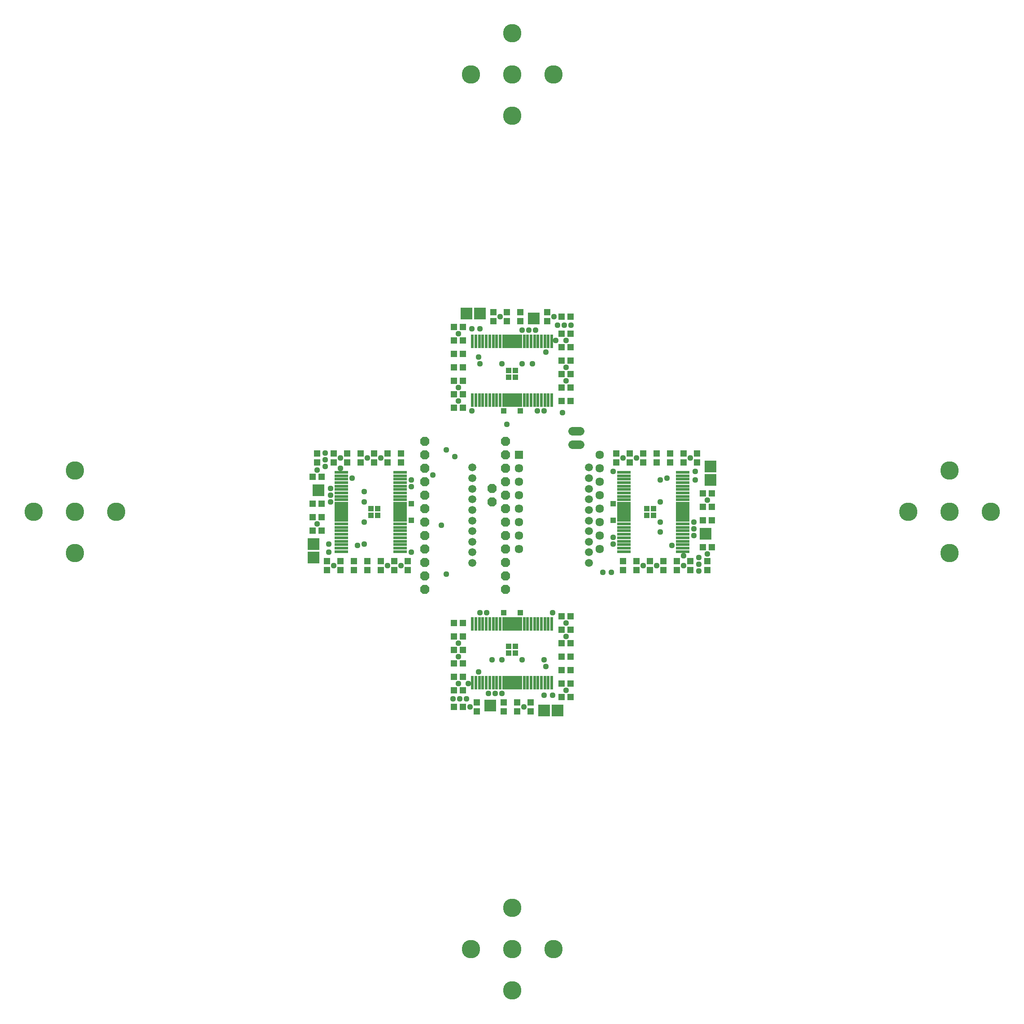
<source format=gbs>
G75*
G70*
%OFA0B0*%
%FSLAX24Y24*%
%IPPOS*%
%LPD*%
%AMOC8*
5,1,8,0,0,1.08239X$1,22.5*
%
%ADD10R,0.1025X0.0230*%
%ADD11R,0.1025X0.1497*%
%ADD12R,0.0634X0.0634*%
%ADD13C,0.0634*%
%ADD14C,0.0595*%
%ADD15R,0.0474X0.0513*%
%ADD16R,0.0513X0.0474*%
%ADD17R,0.0867X0.0867*%
%ADD18R,0.0230X0.1025*%
%ADD19R,0.1497X0.1025*%
%ADD20OC8,0.0680*%
%ADD21C,0.0640*%
%ADD22C,0.0437*%
%ADD23R,0.0437X0.0437*%
%ADD24C,0.1370*%
D10*
X040508Y050241D03*
X040508Y050497D03*
X040508Y050753D03*
X040508Y051009D03*
X040508Y051265D03*
X040508Y051521D03*
X040508Y051777D03*
X040508Y052033D03*
X040508Y052289D03*
X040508Y054080D03*
X040508Y054336D03*
X040508Y054592D03*
X040508Y054848D03*
X040508Y055104D03*
X040508Y055360D03*
X040508Y055616D03*
X040508Y055871D03*
X040508Y056127D03*
X044858Y056127D03*
X044858Y055871D03*
X044858Y055616D03*
X044858Y055360D03*
X044858Y055104D03*
X044858Y054848D03*
X044858Y054592D03*
X044858Y054336D03*
X044858Y054080D03*
X044858Y052289D03*
X044858Y052033D03*
X044858Y051777D03*
X044858Y051521D03*
X044858Y051265D03*
X044858Y051009D03*
X044858Y050753D03*
X044858Y050497D03*
X044858Y050241D03*
X061508Y050241D03*
X061508Y050497D03*
X061508Y050753D03*
X061508Y051009D03*
X061508Y051265D03*
X061508Y051521D03*
X061508Y051777D03*
X061508Y052033D03*
X061508Y052289D03*
X061508Y054080D03*
X061508Y054336D03*
X061508Y054592D03*
X061508Y054848D03*
X061508Y055104D03*
X061508Y055360D03*
X061508Y055616D03*
X061508Y055871D03*
X061508Y056127D03*
X065858Y056127D03*
X065858Y055871D03*
X065858Y055616D03*
X065858Y055360D03*
X065858Y055104D03*
X065858Y054848D03*
X065858Y054592D03*
X065858Y054336D03*
X065858Y054080D03*
X065858Y052289D03*
X065858Y052033D03*
X065858Y051777D03*
X065858Y051521D03*
X065858Y051265D03*
X065858Y051009D03*
X065858Y050753D03*
X065858Y050497D03*
X065858Y050241D03*
D11*
X065858Y053184D03*
X061508Y053184D03*
X044858Y053184D03*
X040508Y053184D03*
D12*
X053683Y057434D03*
D13*
X053683Y056434D03*
X053683Y055434D03*
X053683Y054434D03*
X053683Y053434D03*
X053683Y052434D03*
X053683Y051434D03*
X053683Y050434D03*
X059683Y050434D03*
X059683Y051434D03*
X059683Y052434D03*
X059683Y053434D03*
X059683Y054434D03*
X059683Y055434D03*
X059683Y056434D03*
X059683Y057434D03*
D14*
X058889Y056478D03*
X058889Y055690D03*
X058889Y054903D03*
X058889Y054116D03*
X058889Y053328D03*
X058889Y052541D03*
X058889Y051753D03*
X058889Y050966D03*
X058889Y050179D03*
X058889Y049391D03*
X050227Y049391D03*
X050227Y050179D03*
X050227Y050966D03*
X050227Y051753D03*
X050227Y052541D03*
X050227Y053328D03*
X050227Y054116D03*
X050227Y054903D03*
X050227Y055690D03*
X050227Y056478D03*
D15*
X049518Y060934D03*
X048849Y060934D03*
X048849Y061934D03*
X049518Y061934D03*
X049518Y062934D03*
X048849Y062934D03*
X048849Y063934D03*
X049518Y063934D03*
X049518Y064934D03*
X048849Y064934D03*
X048849Y065934D03*
X049518Y065934D03*
X055808Y067350D03*
X055808Y068019D03*
X056849Y066434D03*
X057518Y066434D03*
X057518Y065434D03*
X056849Y065434D03*
X066933Y057519D03*
X066933Y056850D03*
X067349Y054559D03*
X068018Y054559D03*
X068018Y053559D03*
X067349Y053559D03*
X067349Y052559D03*
X068018Y052559D03*
X067683Y049519D03*
X067683Y048850D03*
X064433Y048850D03*
X064433Y049519D03*
X063433Y049519D03*
X063433Y048850D03*
X062433Y048850D03*
X062433Y049519D03*
X061433Y049519D03*
X061433Y048850D03*
X057518Y045434D03*
X056849Y045434D03*
X056849Y044434D03*
X057518Y044434D03*
X057518Y043434D03*
X056849Y043434D03*
X056849Y042434D03*
X057518Y042434D03*
X057518Y041434D03*
X056849Y041434D03*
X056849Y040434D03*
X057518Y040434D03*
X050558Y039019D03*
X050558Y038350D03*
X049518Y039934D03*
X048849Y039934D03*
X048849Y040934D03*
X049518Y040934D03*
X039433Y048850D03*
X039433Y049519D03*
X039018Y051809D03*
X038349Y051809D03*
X038349Y052809D03*
X039018Y052809D03*
X039018Y053809D03*
X038349Y053809D03*
X038683Y056850D03*
X038683Y057519D03*
X041933Y057519D03*
X041933Y056850D03*
X042933Y056850D03*
X042933Y057519D03*
X043933Y057519D03*
X043933Y056850D03*
X044933Y056850D03*
X044933Y057519D03*
D16*
X040933Y057519D03*
X040933Y056850D03*
X039933Y056850D03*
X039933Y057519D03*
X039018Y055809D03*
X038349Y055809D03*
X040433Y049519D03*
X040433Y048850D03*
X041433Y048850D03*
X041433Y049519D03*
X042433Y049519D03*
X042433Y048850D03*
X043433Y048850D03*
X043433Y049519D03*
X044433Y049519D03*
X044433Y048850D03*
X045433Y048850D03*
X045433Y049519D03*
X048849Y044934D03*
X049518Y044934D03*
X049518Y043934D03*
X048849Y043934D03*
X048849Y042934D03*
X049518Y042934D03*
X049518Y041934D03*
X048849Y041934D03*
X048849Y038684D03*
X049518Y038684D03*
X052558Y038350D03*
X052558Y039019D03*
X053558Y039019D03*
X053558Y038350D03*
X054558Y038350D03*
X054558Y039019D03*
X056849Y039434D03*
X057518Y039434D03*
X065433Y048850D03*
X065433Y049519D03*
X066433Y049519D03*
X066433Y048850D03*
X067349Y050559D03*
X068018Y050559D03*
X065933Y056850D03*
X065933Y057519D03*
X064933Y057519D03*
X064933Y056850D03*
X063933Y056850D03*
X063933Y057519D03*
X062933Y057519D03*
X062933Y056850D03*
X061933Y056850D03*
X061933Y057519D03*
X060933Y057519D03*
X060933Y056850D03*
X057518Y061434D03*
X056849Y061434D03*
X056849Y062434D03*
X057518Y062434D03*
X057518Y063434D03*
X056849Y063434D03*
X056849Y064434D03*
X057518Y064434D03*
X057518Y067684D03*
X056849Y067684D03*
X053808Y067350D03*
X053808Y068019D03*
X052808Y068019D03*
X052808Y067350D03*
X051808Y067350D03*
X051808Y068019D03*
X049518Y066934D03*
X048849Y066934D03*
D17*
X049808Y067934D03*
X050808Y067934D03*
X054808Y067559D03*
X067933Y056559D03*
X067933Y055559D03*
X067558Y051559D03*
X056558Y038434D03*
X055558Y038434D03*
X051558Y038809D03*
X038433Y049809D03*
X038433Y050809D03*
X038808Y054809D03*
D18*
X050240Y061509D03*
X050496Y061509D03*
X050752Y061509D03*
X051008Y061509D03*
X051264Y061509D03*
X051520Y061509D03*
X051776Y061509D03*
X052032Y061509D03*
X052287Y061509D03*
X054079Y061509D03*
X054335Y061509D03*
X054591Y061509D03*
X054847Y061509D03*
X055102Y061509D03*
X055358Y061509D03*
X055614Y061509D03*
X055870Y061509D03*
X056126Y061509D03*
X056126Y065860D03*
X055870Y065860D03*
X055614Y065860D03*
X055358Y065860D03*
X055102Y065860D03*
X054847Y065860D03*
X054591Y065860D03*
X054335Y065860D03*
X054079Y065860D03*
X052287Y065860D03*
X052032Y065860D03*
X051776Y065860D03*
X051520Y065860D03*
X051264Y065860D03*
X051008Y065860D03*
X050752Y065860D03*
X050496Y065860D03*
X050240Y065860D03*
X050240Y044860D03*
X050496Y044860D03*
X050752Y044860D03*
X051008Y044860D03*
X051264Y044860D03*
X051520Y044860D03*
X051776Y044860D03*
X052032Y044860D03*
X052287Y044860D03*
X054079Y044860D03*
X054335Y044860D03*
X054591Y044860D03*
X054847Y044860D03*
X055102Y044860D03*
X055358Y044860D03*
X055614Y044860D03*
X055870Y044860D03*
X056126Y044860D03*
X056126Y040509D03*
X055870Y040509D03*
X055614Y040509D03*
X055358Y040509D03*
X055102Y040509D03*
X054847Y040509D03*
X054591Y040509D03*
X054335Y040509D03*
X054079Y040509D03*
X052287Y040509D03*
X052032Y040509D03*
X051776Y040509D03*
X051520Y040509D03*
X051264Y040509D03*
X051008Y040509D03*
X050752Y040509D03*
X050496Y040509D03*
X050240Y040509D03*
D19*
X053183Y040509D03*
X053183Y044860D03*
X053183Y061509D03*
X053183Y065860D03*
D20*
X046683Y047434D03*
X046683Y048434D03*
X046683Y049434D03*
X046683Y050434D03*
X046683Y051434D03*
X046683Y052434D03*
X046683Y053434D03*
X046683Y054434D03*
X046683Y055434D03*
X046683Y056434D03*
X046683Y057434D03*
X046683Y058434D03*
X051683Y054934D03*
X051683Y053934D03*
X052683Y053434D03*
X052683Y052434D03*
X052683Y051434D03*
X052683Y050434D03*
X052683Y049434D03*
X052683Y048434D03*
X052683Y047434D03*
X052683Y054434D03*
X052683Y055434D03*
X052683Y056434D03*
X052683Y057434D03*
X052683Y058434D03*
D21*
X057653Y058184D02*
X058213Y058184D01*
X058213Y059184D02*
X057653Y059184D01*
D22*
X056933Y060559D03*
X055558Y060684D03*
X055058Y060684D03*
X052808Y059684D03*
X050183Y060684D03*
X049183Y061434D03*
X049183Y062434D03*
X050808Y064184D03*
X050683Y064684D03*
X052433Y064184D03*
X053933Y064184D03*
X054683Y064184D03*
X055683Y065059D03*
X056433Y065934D03*
X057183Y065934D03*
X057183Y063934D03*
X057183Y062934D03*
X054933Y066684D03*
X054433Y066684D03*
X053933Y066684D03*
X052308Y067684D03*
X050808Y066809D03*
X050183Y066809D03*
X049183Y066434D03*
X056308Y067684D03*
X056558Y067059D03*
X057058Y067059D03*
X057558Y067059D03*
X048308Y057809D03*
X048933Y057309D03*
X047308Y055934D03*
X045683Y055559D03*
X045683Y055059D03*
X043433Y057184D03*
X042433Y057184D03*
X041308Y055684D03*
X040433Y056434D03*
X040433Y057184D03*
X039308Y057059D03*
X039308Y056559D03*
X038683Y056309D03*
X039683Y054934D03*
X039683Y054434D03*
X039683Y053934D03*
X038683Y052309D03*
X039558Y050809D03*
X039558Y050184D03*
X039933Y049184D03*
X041683Y050684D03*
X042183Y050809D03*
X042183Y052434D03*
X042183Y053934D03*
X042183Y054684D03*
X039308Y057559D03*
X045683Y050184D03*
X044933Y049184D03*
X043933Y049184D03*
X048308Y048559D03*
X050808Y045684D03*
X051308Y045684D03*
X049183Y043434D03*
X049183Y042434D03*
X050683Y041309D03*
X049933Y040434D03*
X049183Y040434D03*
X049308Y039309D03*
X048808Y039309D03*
X049808Y039309D03*
X050058Y038684D03*
X051433Y039684D03*
X051933Y039684D03*
X052433Y039684D03*
X054058Y038684D03*
X055558Y039559D03*
X056183Y039559D03*
X057183Y039934D03*
X055683Y041684D03*
X055558Y042184D03*
X053933Y042184D03*
X052433Y042184D03*
X051683Y042184D03*
X056183Y045684D03*
X057183Y044934D03*
X057183Y043934D03*
X059933Y048684D03*
X060558Y048684D03*
X060683Y050809D03*
X060683Y051309D03*
X062933Y049184D03*
X063933Y049184D03*
X065058Y050684D03*
X065933Y049934D03*
X065933Y049184D03*
X067058Y049309D03*
X067058Y048809D03*
X067058Y049809D03*
X067683Y050059D03*
X066683Y051434D03*
X066683Y051934D03*
X066683Y052434D03*
X067683Y054059D03*
X066808Y055559D03*
X066808Y056184D03*
X066433Y057184D03*
X064683Y055684D03*
X064183Y055559D03*
X064183Y053934D03*
X064183Y052434D03*
X064183Y051684D03*
X060683Y056184D03*
X061433Y057184D03*
X062433Y057184D03*
X047933Y052184D03*
D23*
X045683Y052559D03*
X045683Y053809D03*
X043183Y053434D03*
X043183Y052934D03*
X042683Y052934D03*
X042683Y053434D03*
X052558Y060684D03*
X053808Y060684D03*
X053433Y063184D03*
X052933Y063184D03*
X052933Y063684D03*
X053433Y063684D03*
X060683Y053809D03*
X060683Y052559D03*
X063183Y052934D03*
X063683Y052934D03*
X063683Y053434D03*
X063183Y053434D03*
X053808Y045684D03*
X052558Y045684D03*
X052933Y043184D03*
X052933Y042684D03*
X053433Y042684D03*
X053433Y043184D03*
D24*
X053183Y023744D03*
X053183Y020684D03*
X050123Y020684D03*
X053183Y017624D03*
X056243Y020684D03*
X085683Y050124D03*
X085683Y053184D03*
X082623Y053184D03*
X085683Y056244D03*
X088743Y053184D03*
X056243Y085684D03*
X053183Y085684D03*
X050123Y085684D03*
X053183Y082624D03*
X053183Y088744D03*
X020683Y056244D03*
X020683Y053184D03*
X020683Y050124D03*
X017623Y053184D03*
X023743Y053184D03*
M02*

</source>
